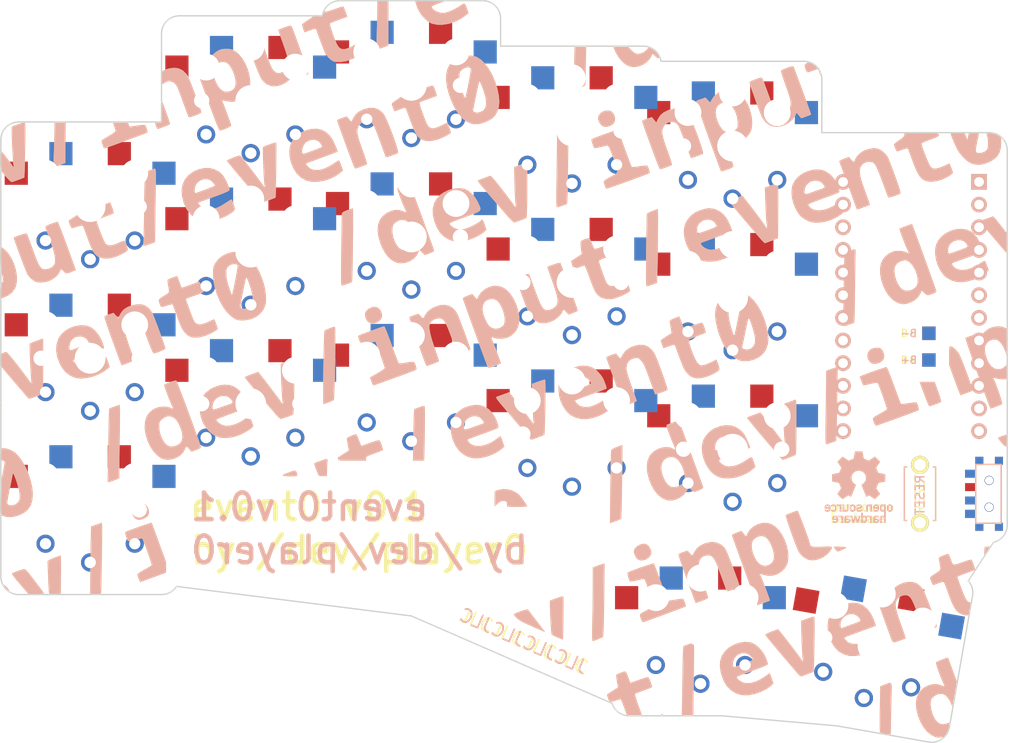
<source format=kicad_pcb>
(kicad_pcb (version 20211014) (generator pcbnew)
  (title_block (title "main") (rev "v1.0.0") (company "Unknown"))
  (layers (0 "F.Cu" signal) (31 "B.Cu" signal) (34 "B.Paste" user) (35 "F.Paste" user) (36 "B.SilkS" user "B.Silkscreen") (37 "F.SilkS" user "F.Silkscreen") (38 "B.Mask" user) (39 "F.Mask" user) (44 "Edge.Cuts" user))
  (net 0 "")
  (net 1 "P6")
  (net 2 "GND")
  (net 3 "P20")
  (net 4 "P1")
  (net 5 "P15")
  (net 6 "P4")
  (net 7 "P0")
  (net 8 "P7")
  (net 9 "P19")
  (net 10 "P2")
  (net 11 "P14")
  (net 12 "P5")
  (net 13 "P21")
  (net 14 "P8")
  (net 15 "P18")
  (net 16 "P3")
  (net 17 "P9")
  (net 18 "P10")
  (net 19 "RAW")
  (net 20 "RST")
  (net 21 "VCC")
  (net 22 "P16")
  (net 23 "Bplus")
  (footprint "E73:SPDT_C128955" (layer "F.Cu") (at 118.75 -1.8 -90)
    (fp_text reference "T1" hide)
    (fp_text value "" hide)
    (pad "" np_thru_hole circle locked (at 1.5 0) (size 1 1) (drill 0.9) (layers *.Cu *.Mask))
    (pad "" smd rect locked (at 3.7 1.1 270) (size 0.9 0.9) (layers "F.Cu" "F.Paste" "F.Mask"))
    (pad "" smd rect locked (at -3.7 1.1 270) (size 0.9 0.9) (layers "F.Cu" "F.Paste" "F.Mask"))
    (pad "" smd rect locked (at 3.7 -1.1 270) (size 0.9 0.9) (layers "F.Cu" "F.Paste" "F.Mask"))
    (pad "" np_thru_hole circle locked (at -1.5 0) (size 1 1) (drill 0.9) (layers *.Cu *.Mask))
    (pad "" smd rect locked (at -3.7 -1.1 270) (size 0.9 0.9) (layers "F.Cu" "F.Paste" "F.Mask"))
    (pad "1" smd rect locked (at 2.25 2.075 270) (size 0.9 1.25) (layers "F.Cu" "F.Paste" "F.Mask") (net 23 "Bplus"))
    (pad "2" smd rect locked (at -0.75 2.075 270) (size 0.9 1.25) (layers "F.Cu" "F.Paste" "F.Mask") (net 19 "RAW"))
    (pad "3" smd rect locked (at -2.25 2.075 270) (size 0.9 1.25) (layers "F.Cu" "F.Paste" "F.Mask"))
  )
  (footprint "kbd:ResetSW" (layer "F.Cu") (at 111 -1.8 -90)
    (fp_text reference "B1" hide)
    (fp_text value "")
    (fp_text user "RESET" (at 0.127 0 -90) (layer "B.SilkS") (effects (justify mirror)))
    (fp_text user "RESET" (at 0 0 -90) (layer "F.SilkS"))
    (pad "1" thru_hole circle locked (at 3.25 0 270) (size 2 2) (drill 1.3) (layers *.Cu *.Mask "F.SilkS") (net 20 "RST"))
    (pad "2" thru_hole circle locked (at -3.25 0 270) (size 2 2) (drill 1.3) (layers *.Cu *.Mask "F.SilkS") (net 2 "GND"))
  )
  (footprint "PG1350" (layer "F.Cu") (at 54 -30.6)
    (fp_text reference "S15" hide)
    (fp_text value "" hide)
    (pad "" np_thru_hole circle locked (at -5.5 0) (size 1.7018 1.7018) (drill 1.7018) (layers *.Cu *.Mask))
    (pad "" np_thru_hole circle locked (at 0 0) (size 3.429 3.429) (drill 3.429) (layers *.Cu *.Mask))
    (pad "" np_thru_hole circle locked (at 0 -5.95) (size 3 3) (drill 3) (layers *.Cu *.Mask))
    (pad "" np_thru_hole circle locked (at -5 -3.75) (size 3 3) (drill 3) (layers *.Cu *.Mask))
    (pad "" np_thru_hole circle locked (at 0 -5.95) (size 3 3) (drill 3) (layers *.Cu *.Mask))
    (pad "" np_thru_hole circle locked (at 5.5 0) (size 1.7018 1.7018) (drill 1.7018) (layers *.Cu *.Mask))
    (pad "" np_thru_hole circle locked (at 5 -3.75) (size 3 3) (drill 3) (layers *.Cu *.Mask))
    (pad "1" smd rect locked (at 3.275 -5.95) (size 2.6 2.6) (layers "F.Cu" "F.Paste" "F.Mask") (net 9 "P19"))
    (pad "1" smd rect locked (at -3.275 -5.95) (size 2.6 2.6) (layers "B.Cu" "B.Paste" "B.Mask") (net 9 "P19"))
    (pad "2" smd rect locked (at 8.275 -3.75) (size 2.6 2.6) (layers "B.Cu" "B.Paste" "B.Mask") (net 2 "GND"))
    (pad "2" smd rect locked (at -8.275 -3.75) (size 2.6 2.6) (layers "F.Cu" "F.Paste" "F.Mask") (net 2 "GND"))
  )
  (footprint "SMDPad" (layer "F.Cu") (at 112 -16.8)
    (fp_text reference "PAD1" hide)
    (fp_text value "" hide)
    (fp_text user "B+" (at -2.25 0) (layer "B.SilkS") (effects (font (size 0.8 0.8)) (justify mirror)))
    (fp_text user "B+" (at -2.25 0) (layer "F.SilkS") (effects (font (size 0.8 0.8))))
    (pad "1" smd rect locked (at 0 0) (size 1.5 1.5) (layers "B.Cu" "B.Paste" "B.Mask") (net 23 "Bplus"))
    (pad "1" smd rect locked (at 0 0) (size 1.5 1.5) (layers "F.Cu" "F.Paste" "F.Mask") (net 23 "Bplus"))
  )
  (footprint "PG1350" (layer "F.Cu") (at 36 -11.9)
    (fp_text reference "S7" hide)
    (fp_text value "" hide)
    (pad "" np_thru_hole circle locked (at -5 -3.75) (size 3 3) (drill 3) (layers *.Cu *.Mask))
    (pad "" np_thru_hole circle locked (at 0 0) (size 3.429 3.429) (drill 3.429) (layers *.Cu *.Mask))
    (pad "" np_thru_hole circle locked (at 0 -5.95) (size 3 3) (drill 3) (layers *.Cu *.Mask))
    (pad "" np_thru_hole circle locked (at 0 -5.95) (size 3 3) (drill 3) (layers *.Cu *.Mask))
    (pad "" np_thru_hole circle locked (at 5 -3.75) (size 3 3) (drill 3) (layers *.Cu *.Mask))
    (pad "" np_thru_hole circle locked (at -5.5 0) (size 1.7018 1.7018) (drill 1.7018) (layers *.Cu *.Mask))
    (pad "" np_thru_hole circle locked (at 5.5 0) (size 1.7018 1.7018) (drill 1.7018) (layers *.Cu *.Mask))
    (pad "1" smd rect locked (at -3.275 -5.95) (size 2.6 2.6) (layers "B.Cu" "B.Paste" "B.Mask") (net 5 "P15"))
    (pad "1" smd rect locked (at 3.275 -5.95) (size 2.6 2.6) (layers "F.Cu" "F.Paste" "F.Mask") (net 5 "P15"))
    (pad "2" smd rect locked (at 8.275 -3.75) (size 2.6 2.6) (layers "B.Cu" "B.Paste" "B.Mask") (net 2 "GND"))
    (pad "2" smd rect locked (at -8.275 -3.75) (size 2.6 2.6) (layers "F.Cu" "F.Paste" "F.Mask") (net 2 "GND"))
  )
  (footprint "PG1350" (layer "F.Cu") (at 72 -25.5 180)
    (fp_text reference "S22" hide)
    (fp_text value "" hide)
    (pad "" np_thru_hole circle locked (at 0 0) (size 3.429 3.429) (drill 3.429) (layers *.Cu *.Mask))
    (pad "" np_thru_hole circle locked (at 5.5 0) (size 1.7018 1.7018) (drill 1.7018) (layers *.Cu *.Mask))
    (pad "" np_thru_hole circle locked (at -5.5 0) (size 1.7018 1.7018) (drill 1.7018) (layers *.Cu *.Mask))
    (pad "1" thru_hole circle locked (at 5 -3.8) (size 2.032 2.032) (drill 1.27) (layers *.Cu *.Mask) (net 12 "P5"))
    (pad "1" thru_hole circle locked (at -5 -3.8) (size 2.032 2.032) (drill 1.27) (layers *.Cu *.Mask) (net 12 "P5"))
    (pad "2" thru_hole circle locked (at 0 -5.9) (size 2.032 2.032) (drill 1.27) (layers *.Cu *.Mask) (net 2 "GND"))
    (pad "2" thru_hole circle locked (at 0 -5.9) (size 2.032 2.032) (drill 1.27) (layers *.Cu *.Mask) (net 2 "GND"))
  )
  (footprint "PG1350" (layer "F.Cu") (at 36 -45.9)
    (fp_text reference "S11" hide)
    (fp_text value "" hide)
    (pad "" np_thru_hole circle locked (at 0 -5.95) (size 3 3) (drill 3) (layers *.Cu *.Mask))
    (pad "" np_thru_hole circle locked (at -5.5 0) (size 1.7018 1.7018) (drill 1.7018) (layers *.Cu *.Mask))
    (pad "" np_thru_hole circle locked (at 0 0) (size 3.429 3.429) (drill 3.429) (layers *.Cu *.Mask))
    (pad "" np_thru_hole circle locked (at 0 -5.95) (size 3 3) (drill 3) (layers *.Cu *.Mask))
    (pad "" np_thru_hole circle locked (at 5 -3.75) (size 3 3) (drill 3) (layers *.Cu *.Mask))
    (pad "" np_thru_hole circle locked (at 5.5 0) (size 1.7018 1.7018) (drill 1.7018) (layers *.Cu *.Mask))
    (pad "" np_thru_hole circle locked (at -5 -3.75) (size 3 3) (drill 3) (layers *.Cu *.Mask))
    (pad "1" smd rect locked (at -3.275 -5.95) (size 2.6 2.6) (layers "B.Cu" "B.Paste" "B.Mask") (net 7 "P0"))
    (pad "1" smd rect locked (at 3.275 -5.95) (size 2.6 2.6) (layers "F.Cu" "F.Paste" "F.Mask") (net 7 "P0"))
    (pad "2" smd rect locked (at -8.275 -3.75) (size 2.6 2.6) (layers "F.Cu" "F.Paste" "F.Mask") (net 2 "GND"))
    (pad "2" smd rect locked (at 8.275 -3.75) (size 2.6 2.6) (layers "B.Cu" "B.Paste" "B.Mask") (net 2 "GND"))
  )
  (footprint "PG1350" (layer "F.Cu") (at 72 -25.5)
    (fp_text reference "S21" hide)
    (fp_text value "" hide)
    (pad "" np_thru_hole circle locked (at 0 0) (size 3.429 3.429) (drill 3.429) (layers *.Cu *.Mask))
    (pad "" np_thru_hole circle locked (at 0 -5.95) (size 3 3) (drill 3) (layers *.Cu *.Mask))
    (pad "" np_thru_hole circle locked (at 5.5 0) (size 1.7018 1.7018) (drill 1.7018) (layers *.Cu *.Mask))
    (pad "" np_thru_hole circle locked (at 0 -5.95) (size 3 3) (drill 3) (layers *.Cu *.Mask))
    (pad "" np_thru_hole circle locked (at 5 -3.75) (size 3 3) (drill 3) (layers *.Cu *.Mask))
    (pad "" np_thru_hole circle locked (at -5 -3.75) (size 3 3) (drill 3) (layers *.Cu *.Mask))
    (pad "" np_thru_hole circle locked (at -5.5 0) (size 1.7018 1.7018) (drill 1.7018) (layers *.Cu *.Mask))
    (pad "1" smd rect locked (at 3.275 -5.95) (size 2.6 2.6) (layers "F.Cu" "F.Paste" "F.Mask") (net 12 "P5"))
    (pad "1" smd rect locked (at -3.275 -5.95) (size 2.6 2.6) (layers "B.Cu" "B.Paste" "B.Mask") (net 12 "P5"))
    (pad "2" smd rect locked (at -8.275 -3.75) (size 2.6 2.6) (layers "F.Cu" "F.Paste" "F.Mask") (net 2 "GND"))
    (pad "2" smd rect locked (at 8.275 -3.75) (size 2.6 2.6) (layers "B.Cu" "B.Paste" "B.Mask") (net 2 "GND"))
  )
  (footprint "PG1350" (layer "F.Cu") (at 36 -11.9 180)
    (fp_text reference "S8" hide)
    (fp_text value "" hide)
    (pad "" np_thru_hole circle locked (at 5.5 0) (size 1.7018 1.7018) (drill 1.7018) (layers *.Cu *.Mask))
    (pad "" np_thru_hole circle locked (at -5.5 0) (size 1.7018 1.7018) (drill 1.7018) (layers *.Cu *.Mask))
    (pad "" np_thru_hole circle locked (at 0 0) (size 3.429 3.429) (drill 3.429) (layers *.Cu *.Mask))
    (pad "1" thru_hole circle locked (at 5 -3.8) (size 2.032 2.032) (drill 1.27) (layers *.Cu *.Mask) (net 5 "P15"))
    (pad "1" thru_hole circle locked (at -5 -3.8) (size 2.032 2.032) (drill 1.27) (layers *.Cu *.Mask) (net 5 "P15"))
    (pad "2" thru_hole circle locked (at 0 -5.9) (size 2.032 2.032) (drill 1.27) (layers *.Cu *.Mask) (net 2 "GND"))
    (pad "2" thru_hole circle locked (at 0 -5.9) (size 2.032 2.032) (drill 1.27) (layers *.Cu *.Mask) (net 2 "GND"))
  )
  (footprint "PG1350" (layer "F.Cu") (at 90 -23.8)
    (fp_text reference "S27" hide)
    (fp_text value "" hide)
    (pad "" np_thru_hole circle locked (at 5 -3.75) (size 3 3) (drill 3) (layers *.Cu *.Mask))
    (pad "" np_thru_hole circle locked (at -5.5 0) (size 1.7018 1.7018) (drill 1.7018) (layers *.Cu *.Mask))
    (pad "" np_thru_hole circle locked (at 5.5 0) (size 1.7018 1.7018) (drill 1.7018) (layers *.Cu *.Mask))
    (pad "" np_thru_hole circle locked (at 0 -5.95) (size 3 3) (drill 3) (layers *.Cu *.Mask))
    (pad "" np_thru_hole circle locked (at 0 0) (size 3.429 3.429) (drill 3.429) (layers *.Cu *.Mask))
    (pad "" np_thru_hole circle locked (at -5 -3.75) (size 3 3) (drill 3) (layers *.Cu *.Mask))
    (pad "" np_thru_hole circle locked (at 0 -5.95) (size 3 3) (drill 3) (layers *.Cu *.Mask))
    (pad "1" smd rect locked (at 3.275 -5.95) (size 2.6 2.6) (layers "F.Cu" "F.Paste" "F.Mask") (net 15 "P18"))
    (pad "1" smd rect locked (at -3.275 -5.95) (size 2.6 2.6) (layers "B.Cu" "B.Paste" "B.Mask") (net 15 "P18"))
    (pad "2" smd rect locked (at 8.275 -3.75) (size 2.6 2.6) (layers "B.Cu" "B.Paste" "B.Mask") (net 2 "GND"))
    (pad "2" smd rect locked (at -8.275 -3.75) (size 2.6 2.6) (layers "F.Cu" "F.Paste" "F.Mask") (net 2 "GND"))
  )
  (footprint "PG1350" (layer "F.Cu") (at 90 -6.8 180)
    (fp_text reference "S26" hide)
    (fp_text value "" hide)
    (pad "" np_thru_hole circle locked (at -5.5 0) (size 1.7018 1.7018) (drill 1.7018) (layers *.Cu *.Mask))
    (pad "" np_thru_hole circle locked (at 0 0) (size 3.429 3.429) (drill 3.429) (layers *.Cu *.Mask))
    (pad "" np_thru_hole circle locked (at 5.5 0) (size 1.7018 1.7018) (drill 1.7018) (layers *.Cu *.Mask))
    (pad "1" thru_hole circle locked (at -5 -3.8) (size 2.032 2.032) (drill 1.27) (layers *.Cu *.Mask) (net 14 "P8"))
    (pad "1" thru_hole circle locked (at 5 -3.8) (size 2.032 2.032) (drill 1.27) (layers *.Cu *.Mask) (net 14 "P8"))
    (pad "2" thru_hole circle locked (at 0 -5.9) (size 2.032 2.032) (drill 1.27) (layers *.Cu *.Mask) (net 2 "GND"))
    (pad "2" thru_hole circle locked (at 0 -5.9) (size 2.032 2.032) (drill 1.27) (layers *.Cu *.Mask) (net 2 "GND"))
  )
  (footprint "PG1350" (layer "F.Cu") (at 18 -17)
    (fp_text reference "S3" hide)
    (fp_text value "" hide)
    (pad "" np_thru_hole circle locked (at -5 -3.75) (size 3 3) (drill 3) (layers *.Cu *.Mask))
    (pad "" np_thru_hole circle locked (at 5 -3.75) (size 3 3) (drill 3) (layers *.Cu *.Mask))
    (pad "" np_thru_hole circle locked (at 5.5 0) (size 1.7018 1.7018) (drill 1.7018) (layers *.Cu *.Mask))
    (pad "" np_thru_hole circle locked (at 0 -5.95) (size 3 3) (drill 3) (layers *.Cu *.Mask))
    (pad "" np_thru_hole circle locked (at -5.5 0) (size 1.7018 1.7018) (drill 1.7018) (layers *.Cu *.Mask))
    (pad "" np_thru_hole circle locked (at 0 0) (size 3.429 3.429) (drill 3.429) (layers *.Cu *.Mask))
    (pad "" np_thru_hole circle locked (at 0 -5.95) (size 3 3) (drill 3) (layers *.Cu *.Mask))
    (pad "1" smd rect locked (at -3.275 -5.95) (size 2.6 2.6) (layers "B.Cu" "B.Paste" "B.Mask") (net 3 "P20"))
    (pad "1" smd rect locked (at 3.275 -5.95) (size 2.6 2.6) (layers "F.Cu" "F.Paste" "F.Mask") (net 3 "P20"))
    (pad "2" smd rect locked (at 8.275 -3.75) (size 2.6 2.6) (layers "B.Cu" "B.Paste" "B.Mask") (net 2 "GND"))
    (pad "2" smd rect locked (at -8.275 -3.75) (size 2.6 2.6) (layers "F.Cu" "F.Paste" "F.Mask") (net 2 "GND"))
  )
  (footprint "PG1350" (layer "F.Cu") (at 86.4 13.6 180)
    (fp_text reference "S32" hide)
    (fp_text value "" hide)
    (pad "" np_thru_hole circle locked (at 0 0) (size 3.429 3.429) (drill 3.429) (layers *.Cu *.Mask))
    (pad "" np_thru_hole circle locked (at -5.5 0) (size 1.7018 1.7018) (drill 1.7018) (layers *.Cu *.Mask))
    (pad "" np_thru_hole circle locked (at 5.5 0) (size 1.7018 1.7018) (drill 1.7018) (layers *.Cu *.Mask))
    (pad "1" thru_hole circle locked (at 5 -3.8) (size 2.032 2.032) (drill 1.27) (layers *.Cu *.Mask) (net 17 "P9"))
    (pad "1" thru_hole circle locked (at -5 -3.8) (size 2.032 2.032) (drill 1.27) (layers *.Cu *.Mask) (net 17 "P9"))
    (pad "2" thru_hole circle locked (at 0 -5.9) (size 2.032 2.032) (drill 1.27) (layers *.Cu *.Mask) (net 2 "GND"))
    (pad "2" thru_hole circle locked (at 0 -5.9) (size 2.032 2.032) (drill 1.27) (layers *.Cu *.Mask) (net 2 "GND"))
  )
  (footprint "PG1350" (layer "F.Cu") (at 90 -40.8 180)
    (fp_text reference "S30" hide)
    (fp_text value "" hide)
    (pad "" np_thru_hole circle locked (at 5.5 0) (size 1.7018 1.7018) (drill 1.7018) (layers *.Cu *.Mask))
    (pad "" np_thru_hole circle locked (at 0 0) (size 3.429 3.429) (drill 3.429) (layers *.Cu *.Mask))
    (pad "" np_thru_hole circle locked (at -5.5 0) (size 1.7018 1.7018) (drill 1.7018) (layers *.Cu *.Mask))
    (pad "1" thru_hole circle locked (at -5 -3.8) (size 2.032 2.032) (drill 1.27) (layers *.Cu *.Mask) (net 16 "P3"))
    (pad "1" thru_hole circle locked (at 5 -3.8) (size 2.032 2.032) (drill 1.27) (layers *.Cu *.Mask) (net 16 "P3"))
    (pad "2" thru_hole circle locked (at 0 -5.9) (size 2.032 2.032) (drill 1.27) (layers *.Cu *.Mask) (net 2 "GND"))
    (pad "2" thru_hole circle locked (at 0 -5.9) (size 2.032 2.032) (drill 1.27) (layers *.Cu *.Mask) (net 2 "GND"))
  )
  (footprint "PG1350" (layer "F.Cu") (at 72 -42.5 180)
    (fp_text reference "S24" hide)
    (fp_text value "" hide)
    (pad "" np_thru_hole circle locked (at 5.5 0) (size 1.7018 1.7018) (drill 1.7018) (layers *.Cu *.Mask))
    (pad "" np_thru_hole circle locked (at -5.5 0) (size 1.7018 1.7018) (drill 1.7018) (layers *.Cu *.Mask))
    (pad "" np_thru_hole circle locked (at 0 0) (size 3.429 3.429) (drill 3.429) (layers *.Cu *.Mask))
    (pad "1" thru_hole circle locked (at -5 -3.8) (size 2.032 2.032) (drill 1.27) (layers *.Cu *.Mask) (net 13 "P21"))
    (pad "1" thru_hole circle locked (at 5 -3.8) (size 2.032 2.032) (drill 1.27) (layers *.Cu *.Mask) (net 13 "P21"))
    (pad "2" thru_hole circle locked (at 0 -5.9) (size 2.032 2.032) (drill 1.27) (layers *.Cu *.Mask) (net 2 "GND"))
    (pad "2" thru_hole circle locked (at 0 -5.9) (size 2.032 2.032) (drill 1.27) (layers *.Cu *.Mask) (net 2 "GND"))
  )
  (footprint "PG1350" (layer "F.Cu") (at 105.739279 15.291968 -10)
    (fp_text reference "S33" hide)
    (fp_text value "" hide)
    (pad "" np_thru_hole circle locked (at 5.5 0) (size 1.7018 1.7018) (drill 1.7018) (layers *.Cu *.Mask))
    (pad "" np_thru_hole circle locked (at 0 -5.95) (size 3 3) (drill 3) (layers *.Cu *.Mask))
    (pad "" np_thru_hole circle locked (at 0 -5.95) (size 3 3) (drill 3) (layers *.Cu *.Mask))
    (pad "" np_thru_hole circle locked (at -5.5 0) (size 1.7018 1.7018) (drill 1.7018) (layers *.Cu *.Mask))
    (pad "" np_thru_hole circle locked (at 5 -3.75) (size 3 3) (drill 3) (layers *.Cu *.Mask))
    (pad "" np_thru_hole circle locked (at 0 0) (size 3.429 3.429) (drill 3.429) (layers *.Cu *.Mask))
    (pad "" np_thru_hole circle locked (at -5 -3.75) (size 3 3) (drill 3) (layers *.Cu *.Mask))
    (pad "1" smd rect locked (at 3.275 -5.95 350) (size 2.6 2.6) (layers "F.Cu" "F.Paste" "F.Mask") (net 18 "P10"))
    (pad "1" smd rect locked (at -3.275 -5.95 350) (size 2.6 2.6) (layers "B.Cu" "B.Paste" "B.Mask") (net 18 "P10"))
    (pad "2" smd rect locked (at 8.275 -3.75 350) (size 2.6 2.6) (layers "B.Cu" "B.Paste" "B.Mask") (net 2 "GND"))
    (pad "2" smd rect locked (at -8.275 -3.75 350) (size 2.6 2.6) (layers "F.Cu" "F.Paste" "F.Mask") (net 2 "GND"))
  )
  (footprint "Symbol:OSHW-Logo_7.5x8mm_SilkScreen" (layer "F.Cu") (at 104.14 -2.54)
    (fp_text reference "REF**" hide)
    (fp_text value "OSHW-Logo_7.5x8mm_SilkScreen" hide)
  )
  (footprint "PG1350" (layer "F.Cu") (at 86.4 13.6)
    (fp_text reference "S31" hide)
    (fp_text value "" hide)
    (pad "" np_thru_hole circle locked (at 0 0) (size 3.429 3.429) (drill 3.429) (layers *.Cu *.Mask))
    (pad "" np_thru_hole circle locked (at 0 -5.95) (size 3 3) (drill 3) (layers *.Cu *.Mask))
    (pad "" np_thru_hole circle locked (at -5.5 0) (size 1.7018 1.7018) (drill 1.7018) (layers *.Cu *.Mask))
    (pad "" np_thru_hole circle locked (at 0 -5.95) (size 3 3) (drill 3) (layers *.Cu *.Mask))
    (pad "" np_thru_hole circle locked (at 5 -3.75) (size 3 3) (drill 3) (layers *.Cu *.Mask))
    (pad "" np_thru_hole circle locked (at -5 -3.75) (size 3 3) (drill 3) (layers *.Cu *.Mask))
    (pad "" np_thru_hole circle locked (at 5.5 0) (size 1.7018 1.7018) (drill 1.7018) (layers *.Cu *.Mask))
    (pad "1" smd rect locked (at 3.275 -5.95) (size 2.6 2.6) (layers "F.Cu" "F.Paste" "F.Mask") (net 17 "P9"))
    (pad "1" smd rect locked (at -3.275 -5.95) (size 2.6 2.6) (layers "B.Cu" "B.Paste" "B.Mask") (net 17 "P9"))
    (pad "2" smd rect locked (at -8.275 -3.75) (size 2.6 2.6) (layers "F.Cu" "F.Paste" "F.Mask") (net 2 "GND"))
    (pad "2" smd rect locked (at 8.275 -3.75) (size 2.6 2.6) (layers "B.Cu" "B.Paste" "B.Mask") (net 2 "GND"))
  )
  (footprint "project:silk_front" (layer "F.Cu") (at 64.304702 -15.616145)
    (fp_text reference "G***" hide)
    (fp_text value "LOGO" hide)
  )
  (footprint "PG1350" (layer "F.Cu") (at 54 -30.6 180)
    (fp_text reference "S16" hide)
    (fp_text value "" hide)
    (pad "" np_thru_hole circle locked (at -5.5 0) (size 1.7018 1.7018) (drill 1.7018) (layers *.Cu *.Mask))
    (pad "" np_thru_hole circle locked (at 5.5 0) (size 1.7018 1.7018) (drill 1.7018) (layers *.Cu *.Mask))
    (pad "" np_thru_hole circle locked (at 0 0) (size 3.429 3.429) (drill 3.429) (layers *.Cu *.Mask))
    (pad "1" thru_hole circle locked (at 5 -3.8) (size 2.032 2.032) (drill 1.27) (layers *.Cu *.Mask) (net 9 "P19"))
    (pad "1" thru_hole circle locked (at -5 -3.8) (size 2.032 2.032) (drill 1.27) (layers *.Cu *.Mask) (net 9 "P19"))
    (pad "2" thru_hole circle locked (at 0 -5.9) (size 2.032 2.032) (drill 1.27) (layers *.Cu *.Mask) (net 2 "GND"))
    (pad "2" thru_hole circle locked (at 0 -5.9) (size 2.032 2.032) (drill 1.27) (layers *.Cu *.Mask) (net 2 "GND"))
  )
  (footprint "PG1350" (layer "F.Cu") (at 90 -6.8)
    (fp_text reference "S25" hide)
    (fp_text value "" hide)
    (pad "" np_thru_hole circle locked (at 5 -3.75) (size 3 3) (drill 3) (layers *.Cu *.Mask))
    (pad "" np_thru_hole circle locked (at 0 0) (size 3.429 3.429) (drill 3.429) (layers *.Cu *.Mask))
    (pad "" np_thru_hole circle locked (at 0 -5.95) (size 3 3) (drill 3) (layers *.Cu *.Mask))
    (pad "" np_thru_hole circle locked (at -5.5 0) (size 1.7018 1.7018) (drill 1.7018) (layers *.Cu *.Mask))
    (pad "" np_thru_hole circle locked (at 5.5 0) (size 1.7018 1.7018) (drill 1.7018) (layers *.Cu *.Mask))
    (pad "" np_thru_hole circle locked (at 0 -5.95) (size 3 3) (drill 3) (layers *.Cu *.Mask))
    (pad "" np_thru_hole circle locked (at -5 -3.75) (size 3 3) (drill 3) (layers *.Cu *.Mask))
    (pad "1" smd rect locked (at 3.275 -5.95) (size 2.6 2.6) (layers "F.Cu" "F.Paste" "F.Mask") (net 14 "P8"))
    (pad "1" smd rect locked (at -3.275 -5.95) (size 2.6 2.6) (layers "B.Cu" "B.Paste" "B.Mask") (net 14 "P8"))
    (pad "2" smd rect locked (at -8.275 -3.75) (size 2.6 2.6) (layers "F.Cu" "F.Paste" "F.Mask") (net 2 "GND"))
    (pad "2" smd rect locked (at 8.275 -3.75) (size 2.6 2.6) (layers "B.Cu" "B.Paste" "B.Mask") (net 2 "GND"))
  )
  (footprint "PG1350" (layer "F.Cu") (at 18 -34)
    (fp_text reference "S5" hide)
    (fp_text value "" hide)
    (pad "" np_thru_hole circle locked (at -5 -3.75) (size 3 3) (drill 3) (layers *.Cu *.Mask))
    (pad "" np_thru_hole circle locked (at 5 -3.75) (size 3 3) (drill 3) (layers *.Cu *.Mask))
    (pad "" np_thru_hole circle locked (at 0 -5.95) (size 3 3) (drill 3) (layers *.Cu *.Mask))
    (pad "" np_thru_hole circle locked (at 5.5 0) (size 1.7018 1.7018) (drill 1.7018) (layers *.Cu *.Mask))
    (pad "" np_thru_hole circle locked (at -5.5 0) (size 1.7018 1.7018) (drill 1.7018) (layers *.Cu *.Mask))
    (pad "" np_thru_hole circle locked (at 0 0) (size 3.429 3.429) (drill 3.429) (layers *.Cu *.Mask))
    (pad "" np_thru_hole circle locked (at 0 -5.95) (size 3 3) (drill 3) (layers *.Cu *.Mask))
    (pad "1" smd rect locked (at -3.275 -5.95) (size 2.6 2.6) (layers "B.Cu" "B.Paste" "B.Mask") (net 4 "P1"))
    (pad "1" smd rect locked (at 3.275 -5.95) (size 2.6 2.6) (layers "F.Cu" "F.Paste" "F.Mask") (net 4 "P1"))
    (pad "2" smd rect locked (at -8.275 -3.75) (size 2.6 2.6) (layers "F.Cu" "F.Paste" "F.Mask") (net 2 "GND"))
    (pad "2" smd rect locked (at 8.275 -3.75) (size 2.6 2.6) (layers "B.Cu" "B.Paste" "B.Mask") (net 2 "GND"))
  )
  (footprint "PG1350" (layer "F.Cu") (at 18 0 180)
    (fp_text reference "S2" hide)
    (fp_text value "" hide)
    (pad "" np_thru_hole circle locked (at -5.5 0) (size 1.7018 1.7018) (drill 1.7018) (layers *.Cu *.Mask))
    (pad "" np_thru_hole circle locked (at 0 0) (size 3.429 3.429) (drill 3.429) (layers *.Cu *.Mask))
    (pad "" np_thru_hole circle locked (at 5.5 0) (size 1.7018 1.7018) (drill 1.7018) (layers *.Cu *.Mask))
    (pad "1" thru_hole circle locked (at -5 -3.8) (size 2.032 2.032) (drill 1.27) (layers *.Cu *.Mask) (net 1 "P6"))
    (pad "1" thru_hole circle locked (at 5 -3.8) (size 2.032 2.032) (drill 1.27) (layers *.Cu *.Mask) (net 1 "P6"))
    (pad "2" thru_hole circle locked (at 0 -5.9) (size 2.032 2.032) (drill 1.27) (layers *.Cu *.Mask) (net 2 "GND"))
    (pad "2" thru_hole circle locked (at 0 -5.9) (size 2.032 2.032) (drill 1.27) (layers *.Cu *.Mask) (net 2 "GND"))
  )
  (footprint "PG1350" (layer "F.Cu") (at 36 -28.9)
    (fp_text reference "S9" hide)
    (fp_text value "" hide)
    (pad "" np_thru_hole circle locked (at 5 -3.75) (size 3 3) (drill 3) (layers *.Cu *.Mask))
    (pad "" np_thru_hole circle locked (at 0 -5.95) (size 3 3) (drill 3) (layers *.Cu *.Mask))
    (pad "" np_thru_hole circle locked (at -5 -3.75) (size 3 3) (drill 3) (layers *.Cu *.Mask))
    (pad "" np_thru_hole circle locked (at 0 -5.95) (size 3 3) (drill 3) (layers *.Cu *.Mask))
    (pad "" np_thru_hole circle locked (at -5.5 0) (size 1.7018 1.7018) (drill 1.7018) (layers *.Cu *.Mask))
    (pad "" np_thru_hole circle locked (at 0 0) (size 3.429 3.429) (drill 3.429) (layers *.Cu *.Mask))
    (pad "" np_thru_hole circle locked (at 5.5 0) (size 1.7018 1.7018) (drill 1.7018) (layers *.Cu *.Mask))
    (pad "1" smd rect locked (at 3.275 -5.95) (size 2.6 2.6) (layers "F.Cu" "F.Paste" "F.Mask") (net 6 "P4"))
    (pad "1" smd rect locked (at -3.275 -5.95) (size 2.6 2.6) (layers "B.Cu" "B.Paste" "B.Mask") (net 6 "P4"))
    (pad "2" smd rect locked (at 8.275 -3.75) (size 2.6 2.6) (layers "B.Cu" "B.Paste" "B.Mask") (net 2 "GND"))
    (pad "2" smd rect locked (at -8.275 -3.75) (size 2.6 2.6) (layers "F.Cu" "F.Paste" "F.Mask") (net 2 "GND"))
  )
  (footprint "PG1350" (layer "F.Cu") (at 72 -8.5 180)
    (fp_text reference "S20" hide)
    (fp_text value "" hide)
    (pad "" np_thru_hole circle locked (at 5.5 0) (size 1.7018 1.7018) (drill 1.7018) (layers *.Cu *.Mask))
    (pad "" np_thru_hole circle locked (at 0 0) (size 3.429 3.429) (drill 3.429) (layers *.Cu *.Mask))
    (pad "" np_thru_hole circle locked (at -5.5 0) (size 1.7018 1.7018) (drill 1.7018) (layers *.Cu *.Mask))
    (pad "1" thru_hole circle locked (at 5 -3.8) (size 2.032 2.032) (drill 1.27) (layers *.Cu *.Mask) (net 11 "P14"))
    (pad "1" thru_hole circle locked (at -5 -3.8) (size 2.032 2.032) (drill 1.27) (layers *.Cu *.Mask) (net 11 "P14"))
    (pad "2" thru_hole circle locked (at 0 -5.9) (size 2.032 2.032) (drill 1.27) (layers *.Cu *.Mask) (net 2 "GND"))
    (pad "2" thru_hole circle locked (at 0 -5.9) (size 2.032 2.032) (drill 1.27) (layers *.Cu *.Mask) (net 2 "GND"))
  )
  (footprint "PG1350" (layer "F.Cu") (at 18 0)
    (fp_text reference "S1" hide)
    (fp_text value "" hide)
    (pad "" np_thru_hole circle locked (at -5 -3.75) (size 3 3) (drill 3) (layers *.Cu *.Mask))
    (pad "" np_thru_hole circle locked (at -5.5 0) (size 1.7018 1.7018) (drill 1.7018) (layers *.Cu *.Mask))
    (pad "" np_thru_hole circle locked (at 0 -5.95) (size 3 3) (drill 3) (layers *.Cu *.Mask))
    (pad "" np_thru_hole circle locked (at 5 -3.75) (size 3 3) (drill 3) (layers *.Cu *.Mask))
    (pad "" np_thru_hole circle locked (at 0 -5.95) (size 3 3) (drill 3) (layers *.Cu *.Mask))
    (pad "" np_thru_hole circle locked (at 0 0) (size 3.429 3.429) (drill 3.429) (layers *.Cu *.Mask))
    (pad "" np_thru_hole circle locked (at 5.5 0) (size 1.7018 1.7018) (drill 1.7018) (layers *.Cu *.Mask))
    (pad "1" smd rect locked (at -3.275 -5.95) (size 2.6 2.6) (layers "B.Cu" "B.Paste" "B.Mask") (net 1 "P6"))
    (pad "1" smd rect locked (at 3.275 -5.95) (size 2.6 2.6) (layers "F.Cu" "F.Paste" "F.Mask") (net 1 "P6"))
    (pad "2" smd rect locked (at 8.275 -3.75) (size 2.6 2.6) (layers "B.Cu" "B.Paste" "B.Mask") (net 2 "GND"))
    (pad "2" smd rect locked (at -8.275 -3.75) (size 2.6 2.6) (layers "F.Cu" "F.Paste" "F.Mask") (net 2 "GND"))
  )
  (footprint "PG1350" (layer "F.Cu") (at 72 -42.5)
    (fp_text reference "S23" hide)
    (fp_text value "" hide)
    (pad "" np_thru_hole circle locked (at 0 -5.95) (size 3 3) (drill 3) (layers *.Cu *.Mask))
    (pad "" np_thru_hole circle locked (at 0 -5.95) (size 3 3) (drill 3) (layers *.Cu *.Mask))
    (pad "" np_thru_hole circle locked (at 5 -3.75) (size 3 3) (drill 3) (layers *.Cu *.Mask))
    (pad "" np_thru_hole circle locked (at 0 0) (size 3.429 3.429) (drill 3.429) (layers *.Cu *.Mask))
    (pad "" np_thru_hole circle locked (at -5.5 0) (size 1.7018 1.7018) (drill 1.7018) (layers *.Cu *.Mask))
    (pad "" np_thru_hole circle locked (at 5.5 0) (size 1.7018 1.7018) (drill 1.7018) (layers *.Cu *.Mask))
    (pad "" np_thru_hole circle locked (at -5 -3.75) (size 3 3) (drill 3) (layers *.Cu *.Mask))
    (pad "1" smd rect locked (at -3.275 -5.95) (size 2.6 2.6) (layers "B.Cu" "B.Paste" "B.Mask") (net 13 "P21"))
    (pad "1" smd rect locked (at 3.275 -5.95) (size 2.6 2.6) (layers "F.Cu" "F.Paste" "F.Mask") (net 13 "P21"))
    (pad "2" smd rect locked (at -8.275 -3.75) (size 2.6 2.6) (layers "F.Cu" "F.Paste" "F.Mask") (net 2 "GND"))
    (pad "2" smd rect locked (at 8.275 -3.75) (size 2.6 2.6) (layers "B.Cu" "B.Paste" "B.Mask") (net 2 "GND"))
  )
  (footprint "PG1350" (layer "F.Cu") (at 90 -23.8 180)
    (fp_text reference "S28" hide)
    (fp_text value "" hide)
    (pad "" np_thru_hole circle locked (at -5.5 0) (size 1.7018 1.7018) (drill 1.7018) (layers *.Cu *.Mask))
    (pad "" np_thru_hole circle locked (at 0 0) (size 3.429 3.429) (drill 3.429) (layers *.Cu *.Mask))
    (pad "" np_thru_hole circle locked (at 5.5 0) (size 1.7018 1.7018) (drill 1.7018) (layers *.Cu *.Mask))
    (pad "1" thru_hole circle locked (at -5 -3.8) (size 2.032 2.032) (drill 1.27) (layers *.Cu *.Mask) (net 15 "P18"))
    (pad "1" thru_hole circle locked (at 5 -3.8) (size 2.032 2.032) (drill 1.27) (layers *.Cu *.Mask) (net 15 "P18"))
    (pad "2" thru_hole circle locked (at 0 -5.9) (size 2.032 2.032) (drill 1.27) (layers *.Cu *.Mask) (net 2 "GND"))
    (pad "2" thru_hole circle locked (at 0 -5.9) (size 2.032 2.032) (drill 1.27) (layers *.Cu *.Mask) (net 2 "GND"))
  )
  (footprint "PG1350" (layer "F.Cu") (at 54 -13.6)
    (fp_text reference "S13" hide)
    (fp_text value "" hide)
    (pad "" np_thru_hole circle locked (at 5.5 0) (size 1.7018 1.7018) (drill 1.7018) (layers *.Cu *.Mask))
    (pad "" np_thru_hole circle locked (at -5 -3.75) (size 3 3) (drill 3) (layers *.Cu *.Mask))
    (pad "" np_thru_hole circle locked (at 0 0) (size 3.429 3.429) (drill 3.429) (layers *.Cu *.Mask))
    (pad "" np_thru_hole circle locked (at 5 -3.75) (size 3 3) (drill 3) (layers *.Cu *.Mask))
    (pad "" np_thru_hole circle locked (at 0 -5.95) (size 3 3) (drill 3) (layers *.Cu *.Mask))
    (pad "" np_thru_hole circle locked (at -5.5 0) (size 1.7018 1.7018) (drill 1.7018) (layers *.Cu *.Mask))
    (pad "" np_thru_hole circle locked (at 0 -5.95) (size 3 3) (drill 3) (layers *.Cu *.Mask))
    (pad "1" smd rect locked (at 3.275 -5.95) (size 2.6 2.6) (layers "F.Cu" "F.Paste" "F.Mask") (net 8 "P7"))
    (pad "1" smd rect locked (at -3.275 -5.95) (size 2.6 2.6) (layers "B.Cu" "B.Paste" "B.Mask") (net 8 "P7"))
    (pad "2" smd rect locked (at 8.275 -3.75) (size 2.6 2.6) (layers "B.Cu" "B.Paste" "B.Mask") (net 2 "GND"))
    (pad "2" smd rect locked (at -8.275 -3.75) (size 2.6 2.6) (layers "F.Cu" "F.Paste" "F.Mask") (net 2 "GND"))
  )
  (footprint "ProMicro" (layer "F.Cu") (at 110 -22.8 -90)
    (fp_text reference "MCU1" hide)
    (fp_text value "" hide)
    (pad "1" thru_hole rect locked (at -13.97 -7.62 270) (size 1.7526 1.7526) (drill 1.0922) (layers *.Cu *.SilkS *.Mask) (net 19 "RAW"))
    (pad "2" thru_hole circle locked (at -11.43 -7.62) (size 1.7526 1.7526) (drill 1.0922) (layers *.Cu *.SilkS *.Mask) (net 2 "GND"))
    (pad "3" thru_hole circle locked (at -8.89 -7.62) (size 1.7526 1.7526) (drill 1.0922) (layers *.Cu *.SilkS *.Mask) (net 20 "RST"))
    (pad "4" thru_hole circle locked (at -6.35 -7.62) (size 1.7526 1.7526) (drill 1.0922) (layers *.Cu *.SilkS *.Mask) (net 21 "VCC"))
    (pad "5" thru_hole circle locked (at -3.81 -7.62) (size 1.7526 1.7526) (drill 1.0922) (layers *.Cu *.SilkS *.Mask) (net 13 "P21"))
    (pad "6" thru_hole circle locked (at -1.27 -7.62) (size 1.7526 1.7526) (drill 1.0922) (layers *.Cu *.SilkS *.Mask) (net 3 "P20"))
    (pad "7" thru_hole circle locked (at 1.27 -7.62) (size 1.7526 1.7526) (drill 1.0922) (layers *.Cu *.SilkS *.Mask) (net 9 "P19"))
    (pad "8" thru_hole circle locked (at 3.81 -7.62) (size 1.7526 1.7526) (drill 1.0922) (layers *.Cu *.SilkS *.Mask) (net 15 "P18"))
    (pad "9" thru_hole circle locked (at 6.35 -7.62) (size 1.7526 1.7526) (drill 1.0922) (layers *.Cu *.SilkS *.Mask) (net 5 "P15"))
    (pad "10" thru_hole circle locked (at 8.89 -7.62) (size 1.7526 1.7526) (drill 1.0922) (layers *.Cu *.SilkS *.Mask) (net 11 "P14"))
    (pad "11" thru_hole circle locked (at 11.43 -7.62) (size 1.7526 1.7526) (drill 1.0922) (layers *.Cu *.SilkS *.Mask) (net 22 "P16"))
    (pad "12" thru_hole circle locked (at 13.97 -7.62) (size 1.7526 1.7526) (drill 1.0922) (layers *.Cu *.SilkS *.Mask) (net 18 "P10"))
    (pad "13" thru_hole circle locked (at -13.97 7.62) (size 1.7526 1.7526) (drill 1.0922) (layers *.Cu *.SilkS *.Mask) (net 4 "P1"))
    (pad "14" thru_hole circle locked (at -11.43 7.62) (size 1.7526 1.7526) (drill 1.0922) (layers *.Cu *.SilkS *.Mask) (net 7 "P0"))
    (pad "15" thru_hole circle locked (at -8.89 7.62) (size 1.7526 1.7526) (drill 1.0922) (layers *.Cu *.SilkS *.Mask) (net 2 "GND"))
    (pad "16" thru_hole circle locked (at -6.35 7.62) (size 1.7526 1.7526) (drill 1.0922) (layers *.Cu *.SilkS *.Mask) (net 2 "GND"))
    (pad "17" thru_hole circle locked (at -3.81 7.62) (size 1.7526 1.7526) (drill 1.0922) (layers *.Cu *.SilkS *.Mask) (net 10 "P2"))
    (pad "18" thru_hole circle locked (at -1.27 7.62) (size 1.7526 1.7526) (drill 1.0922) (layers *.Cu *.SilkS *.Mask) (net 16 "P3"))
    (pad "19" thru_hole circle locked (at 1.27 7.62) (size 1.7526 1.7526) (drill 1.0922) (layers *.Cu *.SilkS *.Mask) (net 6 "P4"))
    (pad "20" thru_hole circle locked (at 3.81 7.62) (size 1.7526 1.7526) (drill 1.0922) (layers *.Cu *.SilkS *.Mask) (net 12 "P5"))
    (pad "21" thru_hole circle locked (at 6.35 7.62) (size 1.7526 1.7526) (drill 1.0922) (layers *.Cu *.SilkS *.Mask) (net 1 "P6"))
    (pad "22" thru_hole circle locked (at 8.89 7.62) (size 1.7526 1.7526) (drill 1.0922) (layers *.Cu *.SilkS *.Mask) (net 8 "P7"))
    (pad "23" thru_hole circle locked (at 11.43 7.62) (size 1.7526 1.7526) (drill 1.0922) (layers *.Cu *.SilkS *.Mask) (net 14 "P8"))
    (pad "24" thru_hole circle locked (at 13.97 7.62) (size 1.7526 1.7526) (drill 1.0922) (layers *.Cu *.SilkS *.Mask) (net 17 "P9"))
  )
  (footprint "PG1350" (layer "F.Cu") (at 18 -34 180)
    (fp_text reference "S6" hide)
    (fp_text value "" hide)
    (pad "" np_thru_hole circle locked (at -5.5 0) (size 1.7018 1.7018) (drill 1.7018) (layers *.Cu *.Mask))
    (pad "" np_thru_hole circle locked (at 0 0) (size 3.429 3.429) (drill 3.429) (layers *.Cu *.Mask))
    (pad "" np_thru_hole circle locked (at 5.5 0) (size 1.7018 1.7018) (drill 1.7018) (layers *.Cu *.Mask))
    (pad "1" thru_hole circle locked (at -5 -3.8) (size 2.032 2.032) (drill 1.27) (layers *.Cu *.Mask) (net 4 "P1"))
    (pad "1" thru_hole circle locked (at 5 -3.8) (size 2.032 2.032) (drill 1.27) (layers *.Cu *.Mask) (net 4 "P1"))
    (pad "2" thru_hole circle locked (at 0 -5.9) (size 2.032 2.032) (drill 1.27) (layers *.Cu *.Mask) (net 2 "GND"))
    (pad "2" thru_hole circle locked (at 0 -5.9) (size 2.032 2.032) (drill 1.27) (layers *.Cu *.Mask) (net 2 "GND"))
  )
  (footprint "SMDPad" (layer "F.Cu") (at 112 -19.8)
    (fp_text reference "PAD2" hide)
    (fp_text value "" hide)
    (fp_text user "B-" (at -2.25 0) (layer "B.SilkS") (effects (font (size 0.8 0.8)) (justify mirror)))
    (fp_text user "B-" (at -2.25 0) (layer "F.SilkS") (effects (font (size 0.8 0.8))))
    (pad "1" smd rect locked (at 0 0) (size 1.5 1.5) (layers "B.Cu" "B.Paste" "B.Mask") (net 2 "GND"))
    (pad "1" smd rect locked (at 0 0) (size 1.5 1.5) (layers "F.Cu" "F.Paste" "F.Mask") (net 2 "GND"))
  )
  (footprint "PG1350" (layer "F.Cu") (at 54 -13.6 180)
    (fp_text reference "S14" hide)
    (fp_text value "" hide)
    (pad "" np_thru_hole circle locked (at 5.5 0) (size 1.7018 1.7018) (drill 1.7018) (layers *.Cu *.Mask))
    (pad "" np_thru_hole circle locked (at -5.5 0) (size 1.7018 1.7018) (drill 1.7018) (layers *.Cu *.Mask))
    (pad "" np_thru_hole circle locked (at 0 0) (size 3.429 3.429) (drill 3.429) (layers *.Cu *.Mask))
    (pad "1" thru_hole circle locked (at 5 -3.8) (size 2.032 2.032) (drill 1.27) (layers *.Cu *.Mask) (net 8 "P7"))
    (pad "1" thru_hole circle locked (at -5 -3.8) (size 2.032 2.032) (drill 1.27) (layers *.Cu *.Mask) (net 8 "P7"))
    (pad "2" thru_hole circle locked (at 0 -5.9) (size 2.032 2.032) (drill 1.27) (layers *.Cu *.Mask) (net 2 "GND"))
    (pad "2" thru_hole circle locked (at 0 -5.9) (size 2.032 2.032) (drill 1.27) (layers *.Cu *.Mask) (net 2 "GND"))
  )
  (footprint "PG1350" (layer "F.Cu") (at 36 -28.9 180)
    (fp_text reference "S10" hide)
    (fp_text value "" hide)
    (pad "" np_thru_hole circle locked (at -5.5 0) (size 1.7018 1.7018) (drill 1.7018) (layers *.Cu *.Mask))
    (pad "" np_thru_hole circle locked (at 0 0) (size 3.429 3.429) (drill 3.429) (layers *.Cu *.Mask))
    (pad "" np_thru_hole circle locked (at 5.5 0) (size 1.7018 1.7018) (drill 1.7018) (layers *.Cu *.Mask))
    (pad "1" thru_hole circle locked (at 5 -3.8) (size 2.032 2.032) (drill 1.27) (layers *.Cu *.Mask) (net 6 "P4"))
    (pad "1" thru_hole circle locked (at -5 -3.8) (size 2.032 2.032) (drill 1.27) (layers *.Cu *.Mask) (net 6 "P4"))
    (pad "2" thru_hole circle locked (at 0 -5.9) (size 2.032 2.032) (drill 1.27) (layers *.Cu *.Mask) (net 2 "GND"))
    (pad "2" thru_hole circle locked (at 0 -5.9) (size 2.032 2.032) (drill 1.27) (layers *.Cu *.Mask) (net 2 "GND"))
  )
  (footprint "E73:SPDT_C128955" (layer "F.Cu") (at 118.75 -1.8 -90)
    (fp_text reference "T2" hide)
    (fp_text value "" hide)
    (pad "" smd rect locked (at -3.7 -1.1 270) (size 0.9 0.9) (layers "B.Cu" "B.Paste" "B.Mask"))
    (pad "" smd rect locked (at -3.7 1.1 270) (size 0.9 0.9) (layers "B.Cu" "B.Paste" "B.Mask"))
    (pad "" np_thru_hole circle locked (at -1.5 0) (size 1 1) (drill 0.9) (layers *.Cu *.Mask))
    (pad "" smd rect locked (at 3.7 1.1 270) (size 0.9 0.9) (layers "B.Cu" "B.Paste" "B.Mask"))
    (pad "" np_thru_hole circle locked (at 1.5 0) (size 1 1) (drill 0.9) (layers *.Cu *.Mask))
    (pad "" smd rect locked (at 3.7 -1.1 270) (size 0.9 0.9) (layers "B.Cu" "B.Paste" "B.Mask"))
    (pad "1" smd rect locked (at -2.25 2.075 270) (size 0.9 1.25) (layers "B.Cu" "B.Paste" "B.Mask") (net 23 "Bplus"))
    (pad "2" smd rect locked (at 0.75 2.075 270) (size 0.9 1.25) (layers "B.Cu" "B.Paste" "B.Mask") (net 19 "RAW"))
    (pad "3" smd rect locked (at 2.25 2.075 270) (size 0.9 1.25) (layers "B.Cu" "B.Paste" "B.Mask"))
  )
  (footprint "PG1350" (layer "F.Cu") (at 105.739279 15.291968 170)
    (fp_text reference "S34" hide)
    (fp_text value "" hide)
    (pad "" np_thru_hole circle locked (at 5.5 0) (size 1.7018 1.7018) (drill 1.7018) (layers *.Cu *.Mask))
    (pad "" np_thru_hole circle locked (at 0 0) (size 3.429 3.429) (drill 3.429) (layers *.Cu *.Mask))
    (pad "" np_thru_hole circle locked (at -5.5 0) (size 1.7018 1.7018) (drill 1.7018) (layers *.Cu *.Mask))
    (pad "1" thru_hole circle locked (at 5 -3.8) (size 2.032 2.032) (drill 1.27) (layers *.Cu *.Mask) (net 18 "P10"))
    (pad "1" thru_hole circle locked (at -5 -3.8) (size 2.032 2.032) (drill 1.27) (layers *.Cu *.Mask) (net 18 "P10"))
    (pad "2" thru_hole circle locked (at 0 -5.9) (size 2.032 2.032) (drill 1.27) (layers *.Cu *.Mask) (net 2 "GND"))
    (pad "2" thru_hole circle locked (at 0 -5.9) (size 2.032 2.032) (drill 1.27) (layers *.Cu *.Mask) (net 2 "GND"))
  )
  (footprint "PG1350" (layer "F.Cu") (at 54 -47.6 180)
    (fp_text reference "S18" hide)
    (fp_text value "" hide)
    (pad "" np_thru_hole circle locked (at 5.5 0) (size 1.7018 1.7018) (drill 1.7018) (layers *.Cu *.Mask))
    (pad "" np_thru_hole circle locked (at -5.5 0) (size 1.7018 1.7018) (drill 1.7018) (layers *.Cu *.Mask))
    (pad "" np_thru_hole circle locked (at 0 0) (size 3.429 3.429) (drill 3.429) (layers *.Cu *.Mask))
    (pad "1" thru_hole circle locked (at 5 -3.8) (size 2.032 2.032) (drill 1.27) (layers *.Cu *.Mask) (net 10 "P2"))
    (pad "1" thru_hole circle locked (at -5 -3.8) (size 2.032 2.032) (drill 1.27) (layers *.Cu *.Mask) (net 10 "P2"))
    (pad "2" thru_hole circle locked (at 0 -5.9) (size 2.032 2.032) (drill 1.27) (layers *.Cu *.Mask) (net 2 "GND"))
    (pad "2" thru_hole circle locked (at 0 -5.9) (size 2.032 2.032) (drill 1.27) (layers *.Cu *.Mask) (net 2 "GND"))
  )
  (footprint "PG1350" (layer "F.Cu") (at 36 -45.9 180)
    (fp_text reference "S12" hide)
    (fp_text value "" hide)
    (pad "" np_thru_hole circle locked (at 0 0) (size 3.429 3.429) (drill 3.429) (layers *.Cu *.Mask))
    (pad "" np_thru_hole circle locked (at 5.5 0) (size 1.7018 1.7018) (drill 1.7018) (layers *.Cu *.Mask))
    (pad "" np_thru_hole circle locked (at -5.5 0) (size 1.7018 1.7018) (drill 1.7018) (layers *.Cu *.Mask))
    (pad "1" thru_hole circle locked (at 5 -3.8) (size 2.032 2.032) (drill 1.27) (layers *.Cu *.Mask) (net 7 "P0"))
    (pad "1" thru_hole circle locked (at -5 -3.8) (size 2.032 2.032) (drill 1.27) (layers *.Cu *.Mask) (net 7 "P0"))
    (pad "2" thru_hole circle locked (at 0 -5.9) (size 2.032 2.032) (drill 1.27) (layers *.Cu *.Mask) (net 2 "GND"))
    (pad "2" thru_hole circle locked (at 0 -5.9) (size 2.032 2.032) (drill 1.27) (layers *.Cu *.Mask) (net 2 "GND"))
  )
  (footprint "PG1350" (layer "F.Cu") (at 18 -17 180)
    (fp_text reference "S4" hide)
    (fp_text value "" hide)
    (pad "" np_thru_hole circle locked (at 5.5 0) (size 1.7018 1.7018) (drill 1.7018) (layers *.Cu *.Mask))
    (pad "" np_thru_hole circle locked (at 0 0) (size 3.429 3.429) (drill 3.429) (layers *.Cu *.Mask))
    (pad "" np_thru_hole circle locked (at -5.5 0) (size 1.7018 1.7018) (drill 1.7018) (layers *.Cu *.Mask))
    (pad "1" thru_hole circle locked (at -5 -3.8) (size 2.032 2.032) (drill 1.27) (layers *.Cu *.Mask) (net 3 "P20"))
    (pad "1" thru_hole circle locked (at 5 -3.8) (size 2.032 2.032) (drill 1.27) (layers *.Cu *.Mask) (net 3 "P20"))
    (pad "2" thru_hole circle locked (at 0 -5.9) (size 2.032 2.032) (drill 1.27) (layers *.Cu *.Mask) (net 2 "GND"))
    (pad "2" thru_hole circle locked (at 0 -5.9) (size 2.032 2.032) (drill 1.27) (layers *.Cu *.Mask) (net 2 "GND"))
  )
  (footprint "PG1350" (layer "F.Cu") (at 72 -8.5)
    (fp_text reference "S19" hide)
    (fp_text value "" hide)
    (pad "" np_thru_hole circle locked (at 0 0) (size 3.429 3.429) (drill 3.429) (layers *.Cu *.Mask))
    (pad "" np_thru_hole circle locked (at 5.5 0) (size 1.7018 1.7018) (drill 1.7018) (layers *.Cu *.Mask))
    (pad "" np_thru_hole circle locked (at -5 -3.75) (size 3 3) (drill 3) (layers *.Cu *.Mask))
    (pad "" np_thru_hole circle locked (at 5 -3.75) (size 3 3) (drill 3) (layers *.Cu *.Mask))
    (pad "" np_thru_hole circle locked (at 0 -5.95) (size 3 3) (drill 3) (layers *.Cu *.Mask))
    (pad "" np_thru_hole circle locked (at 0 -5.95) (size 3 3) (drill 3) (layers *.Cu *.Mask))
    (pad "" np_thru_hole circle locked (at -5.5 0) (size 1.7018 1.7018) (drill 1.7018) (layers *.Cu *.Mask))
    (pad "1" smd rect locked (at -3.275 -5.95) (size 2.6 2.6) (layers "B.Cu" "B.Paste" "B.Mask") (net 11 "P14"))
    (pad "1" smd rect locked (at 3.275 -5.95) (size 2.6 2.6) (layers "F.Cu" "F.Paste" "F.Mask") (net 11 "P14"))
    (pad "2" smd rect locked (at -8.275 -3.75) (size 2.6 2.6) (layers "F.Cu" "F.Paste" "F.Mask") (net 2 "GND"))
    (pad "2" smd rect locked (at 8.275 -3.75) (size 2.6 2.6) (layers "B.Cu" "B.Paste" "B.Mask") (net 2 "GND"))
  )
  (footprint "PG1350" (layer "F.Cu") (at 90 -40.8)
    (fp_text reference "S29" hide)
    (fp_text value "" hide)
    (pad "" np_thru_hole circle locked (at 5 -3.75) (size 3 3) (drill 3) (layers *.Cu *.Mask))
    (pad "" np_thru_hole circle locked (at 0 0) (size 3.429 3.429) (drill 3.429) (layers *.Cu *.Mask))
    (pad "" np_thru_hole circle locked (at 5.5 0) (size 1.7018 1.7018) (drill 1.7018) (layers *.Cu *.Mask))
    (pad "" np_thru_hole circle locked (at 0 -5.95) (size 3 3) (drill 3) (layers *.Cu *.Mask))
    (pad "" np_thru_hole circle locked (at -5.5 0) (size 1.7018 1.7018) (drill 1.7018) (layers *.Cu *.Mask))
    (pad "" np_thru_hole circle locked (at -5 -3.75) (size 3 3) (drill 3) (layers *.Cu *.Mask))
    (pad "" np_thru_hole circle locked (at 0 -5.95) (size 3 3) (drill 3) (layers *.Cu *.Mask))
    (pad "1" smd rect locked (at -3.275 -5.95) (size 2.6 2.6) (layers "B.Cu" "B.Paste" "B.Mask") (net 16 "P3"))
    (pad "1" smd rect locked (at 3.275 -5.95) (size 2.6 2.6) (layers "F.Cu" "F.Paste" "F.Mask") (net 16 "P3"))
    (pad "2" smd rect locked (at -8.275 -3.75) (size 2.6 2.6) (layers "F.Cu" "F.Paste" "F.Mask") (net 2 "GND"))
    (pad "2" smd rect locked (at 8.275 -3.75) (size 2.6 2.6) (layers "B.Cu" "B.Paste" "B.Mask") (net 2 "GND"))
  )
  (footprint "PG1350" (layer "F.Cu") (at 54 -47.6)
    (fp_text reference "S17" hide)
    (fp_text value "" hide)
    (pad "" np_thru_hole circle locked (at -5 -3.75) (size 3 3) (drill 3) (layers *.Cu *.Mask))
    (pad "" np_thru_hole circle locked (at 5.5 0) (size 1.7018 1.7018) (drill 1.7018) (layers *.Cu *.Mask))
    (pad "" np_thru_hole circle locked (at 0 -5.95) (size 3 3) (drill 3) (layers *.Cu *.Mask))
    (pad "" np_thru_hole circle locked (at 0 0) (size 3.429 3.429) (drill 3.429) (layers *.Cu *.Mask))
    (pad "" np_thru_hole circle locked (at -5.5 0) (size 1.7018 1.7018) (drill 1.7018) (layers *.Cu *.Mask))
    (pad "" np_thru_hole circle locked (at 5 -3.75) (size 3 3) (drill 3) (layers *.Cu *.Mask))
    (pad "" np_thru_hole circle locked (at 0 -5.95) (size 3 3) (drill 3) (layers *.Cu *.Mask))
    (pad "1" smd rect locked (at -3.275 -5.95) (size 2.6 2.6) (layers "B.Cu" "B.Paste" "B.Mask") (net 10 "P2"))
    (pad "1" smd rect locked (at 3.275 -5.95) (size 2.6 2.6) (layers "F.Cu" "F.Paste" "F.Mask") (net 10 "P2"))
    (pad "2" smd rect locked (at 8.275 -3.75) (size 2.6 2.6) (layers "B.Cu" "B.Paste" "B.Mask") (net 2 "GND"))
    (pad "2" smd rect locked (at -8.275 -3.75) (size 2.6 2.6) (layers "F.Cu" "F.Paste" "F.Mask") (net 2 "GND"))
  )
  (footprint "Symbol:OSHW-Logo_7.5x8mm_SilkScreen" (layer "B.Cu") (at 104.14 -2.54 180)
    (fp_text reference "REF**" hide)
    (fp_text value "OSHW-Logo_7.5x8mm_SilkScreen" hide)
  )
  (gr_arc (start 80 -52) (mid 81.30389 -51.516533) (end 81.977391 -50.299872) (layer "Edge.Cuts") (width 0.15))
  (gr_arc (start 98 -50.3) (mid 99.414214 -49.714214) (end 100 -48.3) (layer "Edge.Cuts") (width 0.15))
  (gr_line (start 101.696487 24.225667) (end 111.968084 26.036827) (layer "Edge.Cuts") (width 0.15))
  (gr_line (start 80 -52) (end 64 -52) (layer "Edge.Cuts") (width 0.15))
  (gr_arc (start 118.78 -42.3) (mid 120.194214 -41.714214) (end 120.78 -40.3) (layer "Edge.Cuts") (width 0.15))
  (gr_line (start 118.78 -42.3) (end 100 -42.3) (layer "Edge.Cuts") (width 0.15))
  (gr_arc (start 44 -55.4) (mid 44.011305 -55.399968) (end 44.022609 -55.399872) (layer "Edge.Cuts") (width 0.15))
  (gr_line (start 100 -42.3) (end 100 -48.3) (layer "Edge.Cuts") (width 0.15))
  (gr_line (start 54 11.9) (end 27.679727 8.585595) (layer "Edge.Cuts") (width 0.15))
  (gr_line (start 101.696487 24.225667) (end 88.830052 23.1) (layer "Edge.Cuts") (width 0.15))
  (gr_arc (start 120.78 1.7) (mid 120.345218 2.945028) (end 119.229906 3.648739) (layer "Edge.Cuts") (width 0.15))
  (gr_line (start 98 -50.3) (end 82 -50.3) (layer "Edge.Cuts") (width 0.15))
  (gr_arc (start 10 9.5) (mid 8.585786 8.914214) (end 8 7.5) (layer "Edge.Cuts") (width 0.15))
  (gr_line (start 26 -43.5) (end 10 -43.5) (layer "Edge.Cuts") (width 0.15))
  (gr_arc (start 62 -57.1) (mid 63.414214 -56.514214) (end 64 -55.1) (layer "Edge.Cuts") (width 0.15))
  (gr_line (start 62 -57.1) (end 46 -57.1) (layer "Edge.Cuts") (width 0.15))
  (gr_line (start 10 9.5) (end 26 9.5) (layer "Edge.Cuts") (width 0.15))
  (gr_arc (start 8 -41.5) (mid 8.585786 -42.914214) (end 10 -43.5) (layer "Edge.Cuts") (width 0.15))
  (gr_line (start 114.284996 24.414508) (end 116.889718 9.642391) (layer "Edge.Cuts") (width 0.15))
  (gr_line (start 119.229906 3.648739) (end 116.415477 7.966993) (layer "Edge.Cuts") (width 0.15))
  (gr_arc (start 27.679727 8.585595) (mid 26.956245 9.256586) (end 26 9.5) (layer "Edge.Cuts") (width 0.15))
  (gr_line (start 8 7.5) (end 8 -41.5) (layer "Edge.Cuts") (width 0.15))
  (gr_arc (start 114.284996 24.414507) (mid 113.462533 25.705515) (end 111.968084 26.036827) (layer "Edge.Cuts") (width 0.15))
  (gr_arc (start 44.022609 -55.399872) (mid 44.696111 -56.616533) (end 46 -57.1) (layer "Edge.Cuts") (width 0.15))
  (gr_line (start 64 -52) (end 64 -55.1) (layer "Edge.Cuts") (width 0.15))
  (gr_line (start 120.78 1.7) (end 120.78 -40.3) (layer "Edge.Cuts") (width 0.15))
  (gr_line (start 44 -55.4) (end 28 -55.4) (layer "Edge.Cuts") (width 0.15))
  (gr_line (start 78.4 23.1) (end 88.830052 23.1) (layer "Edge.Cuts") (width 0.15))
  (gr_line (start 76.493682 21.704938) (end 54 11.9) (layer "Edge.Cuts") (width 0.15))
  (gr_arc (start 26 -53.4) (mid 26.585786 -54.814214) (end 28 -55.4) (layer "Edge.Cuts") (width 0.15))
  (gr_arc (start 78.4 23.1) (mid 77.218873 22.713982) (end 76.493682 21.704938) (layer "Edge.Cuts") (width 0.15))
  (gr_line (start 26 -53.4) (end 26 -43.5) (layer "Edge.Cuts") (width 0.15))
  (gr_arc (start 116.415477 7.966993) (mid 116.844493 8.750374) (end 116.889718 9.642391) (layer "Edge.Cuts") (width 0.15))
  (gr_arc (start 81.977391 -50.299872) (mid 81.988695 -50.299968) (end 82 -50.3) (layer "Edge.Cuts") (width 0.15))
  (gr_text "event0 v0.1\nby /dev/player0" (at 29 2.1) (layer "B.SilkS") (effects (font (size 3 3) (thickness 0.5)) (justify right mirror)))
  (gr_text "JLCJLCJLCJLC" (at 59.4 11.6 -23.5) (layer "B.SilkS") (effects (font (size 1.5 1.5) (thickness 0.2)) (justify right mirror)))
  (gr_text "JLCJLCJLCJLC" (at 59.4 11.6 -23.5) (layer "F.SilkS") (effects (font (size 1.5 1.5) (thickness 0.2)) (justify left)))
  (gr_text "event0 v0.1\nby /dev/player0" (at 29 2.1) (layer "F.SilkS") (effects (font (size 3 3) (thickness 0.5)) (justify left)))
)
</source>
